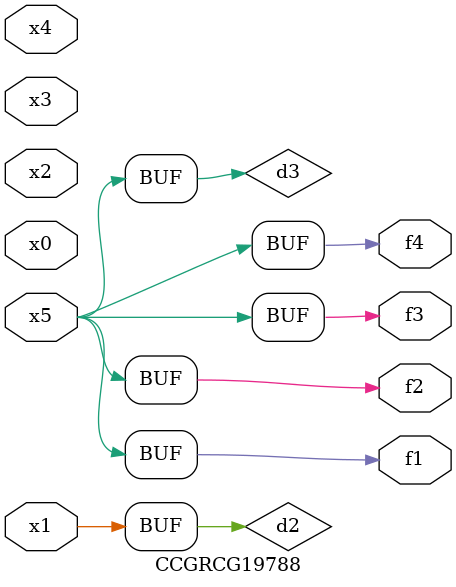
<source format=v>
module CCGRCG19788(
	input x0, x1, x2, x3, x4, x5,
	output f1, f2, f3, f4
);

	wire d1, d2, d3;

	not (d1, x5);
	or (d2, x1);
	xnor (d3, d1);
	assign f1 = d3;
	assign f2 = d3;
	assign f3 = d3;
	assign f4 = d3;
endmodule

</source>
